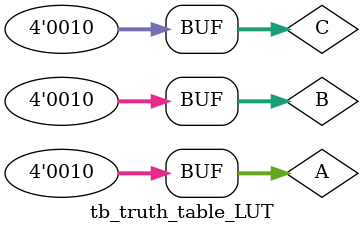
<source format=sv>
`timescale 1ns / 1ps

// y[3:0] = a[3:0] & b[3:0] & c[3:0]

module truth_table_LUT2(
    input   logic [3:0] a,
    input   logic [3:0] b,
    input   logic [3:0] c,
    output  logic [3:0] y
    );
LUT3 #(
 .INIT(8'b0000_0001) // Specify LUT Contents
) LUT3_inst0 (
 .O(y[0]), // LUT general output
 .I0(a[0]), // LUT input
 .I1(b[0]), // LUT input
 .I2(c[0]) // LUT input
);
LUT3 #(                             
 .INIT(8'b0000_0001) // Specify LUT Content
) LUT3_inst1 (                       




 .O(y[1]), // LUT general output       endmodule
 .I0(a[1]), // LUT input              
 .I1(b[1]), // LUT input              
 .I2(c[1]) // LUT input               
);                                  
LUT3 #(                             
 .INIT(8'b0000_0001) // Specify LUT Content
) LUT3_inst2 (                       
 .O(y[2]), // LUT general output       
 .I0(a[2]), // LUT input              
 .I1(b[2]), // LUT input              
 .I2(c[2]) // LUT input               
);                                  
LUT3 #(                             
 .INIT(8'b0000_0001) // Specify LUT Content
) LUT3_inst3 (                       
 .O(y[3]), // LUT general output       
 .I0(a[3]), // LUT input              
 .I1(b[3]), // LUT input              
 .I2(c[3]) // LUT input               
);         

endmodule                         

`timescale 1ns / 1ps                                                                                                 
//////////////////////////////////////////////////////////////////////////////////                                   
// Company:                                                                                                          
// Engineer:                                                                                                         
//                                                                                                                   
// Create Date: 26.02.2024 12:33:58                                                                                  
// Design Name:                                                                                                      
// Module Name: tb_truth_table_LUT                                                                                   
// Project Name:                                                                                                     
// Target Devices:                                                                                                   
// Tool Versions:                                                                                                    
// Description:                                                                                                      
//                                                                                                                   
// Dependencies:                                                                                                     
//                                                                                                                   
// Revision:                                                                                                         
// Revision 0.01 - File Created                                                                                      
// Additional Comments:                                                                                              
//                                                                                                                   
//////////////////////////////////////////////////////////////////////////////////                                   
                                                                                                                     
                                                                                                                     
module tb_truth_table_LUT();                                                                                         
                                                                                                                     
logic [3:0] A;                                                                                                       
logic [3:0] B;                                                                                                       
logic [3:0] C;                                                                                                       
logic [3:0] Y;                                                                                                       
                                                                                                                     
truth_table_LUT2 DUT (                                                                                               
.a(A),                                                                                                               
.b(B),                                                                                                               
.c(C),                                                                                                               
.y(Y)                                                                                                                
);                                                                                                                   
                                                                                                                     
initial begin                                                                                                        
    #10                                                                                                              
    A = 4'b0000;                                                                                                     
    B = 4'b0000;                                                                                                     
    C = 4'b0000;                                                                                                     
    #10                                                                                                              
    A = 4'b0001;                                                                                                     
    B = 4'b0001;                                                                                                     
    C = 4'b0001;                                                                                                     
    #10                                                                                                              
    A = 4'b0010;                                                                                                     
    B = 4'b0010;                                                                                                     
    C = 4'b0010;                                                                                                     
end                                                                                                                  
endmodule                                                                                                            
                                                                                                                     
                                                                                                                     
                                                                                                                     
                                                                                                                     
                                                                                                                     
                                                                                                                     
                                                                                                                     
                                                                                                                     
                                                                                                                     
                                                                                                                     
                                                                                                                     
                                                                                                                     
                                                                                                                     
                                                                                                                     
                                                                                                                     
                                                                                                                     
                                                                                                                     
                                                                                                                     
                                                                                                                     
                                                                                                                     
                                                                                                                     
                                                                                                                     
                                                                                                                     
                                                                                                                     
                                                                                                                     
                                                                                                                     
                                                                                                                     
</source>
